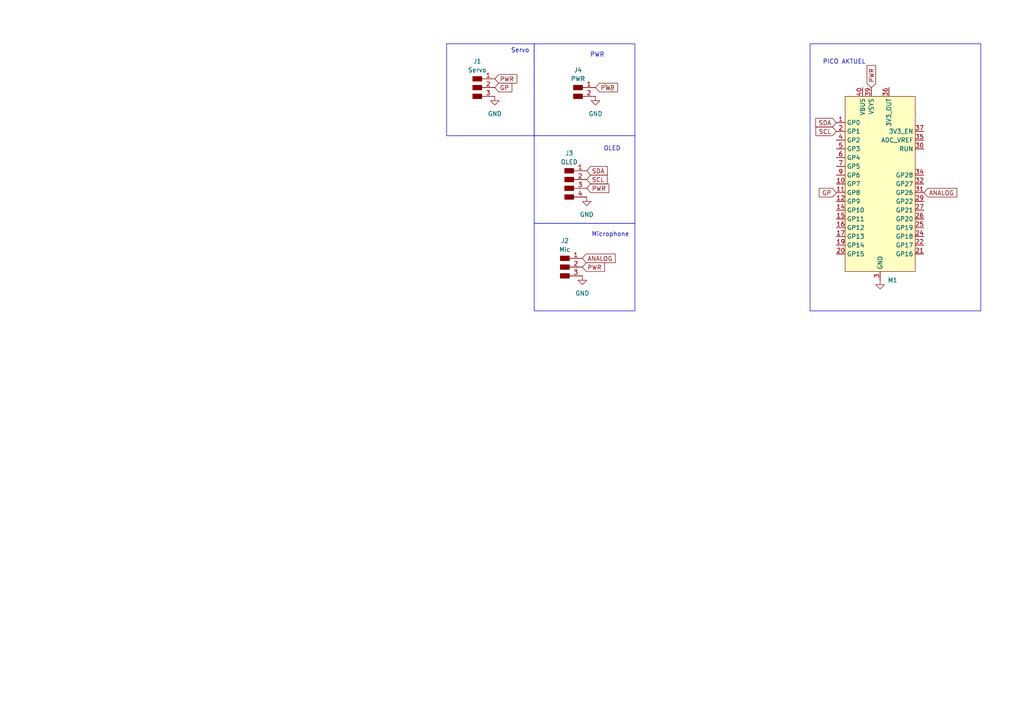
<source format=kicad_sch>
(kicad_sch (version 20250114) (generator "eeschema") (generator_version "9.0")
  (paper "A4")
  (lib_symbols
    (symbol "fab:Module_RaspberryPi_PicoW_Combined"
      (property "Reference" "M" (at 0 0 0))
      (property "Value" "Module_RaspberryPi_PicoW_Combined" (at 0 0 0))
      (symbol "Module_RaspberryPi_PicoW_Combined_1_1"
        (rectangle (start -10.16 25.4) (end 10.16 -25.4) (fill (type background)))
        (pin bidirectional line (at -12.7 17.78 0) (length 2.54) (name "GP0") (number "1"))
        (pin bidirectional line (at -12.7 15.24 0) (length 2.54) (name "GP1") (number "2"))
        (pin bidirectional line (at -12.7 12.7 0) (length 2.54) (name "GP2") (number "4"))
        (pin bidirectional line (at -12.7 10.16 0) (length 2.54) (name "GP3") (number "5"))
        (pin bidirectional line (at -12.7 7.62 0) (length 2.54) (name "GP4") (number "6"))
        (pin bidirectional line (at -12.7 5.08 0) (length 2.54) (name "GP5") (number "7"))
        (pin bidirectional line (at -12.7 2.54 0) (length 2.54) (name "GP6") (number "9"))
        (pin bidirectional line (at -12.7 0 0) (length 2.54) (name "GP7") (number "10"))
        (pin bidirectional line (at -12.7 -2.54 0) (length 2.54) (name "GP8") (number "11"))
        (pin bidirectional line (at -12.7 -5.08 0) (length 2.54) (name "GP9") (number "12"))
        (pin bidirectional line (at -12.7 -7.62 0) (length 2.54) (name "GP10") (number "14"))
        (pin bidirectional line (at -12.7 -10.16 0) (length 2.54) (name "GP11") (number "15"))
        (pin bidirectional line (at -12.7 -12.7 0) (length 2.54) (name "GP12") (number "16"))
        (pin bidirectional line (at -12.7 -15.24 0) (length 2.54) (name "GP13") (number "17"))
        (pin bidirectional line (at -12.7 -17.78 0) (length 2.54) (name "GP14") (number "19"))
        (pin bidirectional line (at -12.7 -20.32 0) (length 2.54) (name "GP15") (number "20"))
        (pin power_in line (at -5.08 27.94 270) (length 2.54) (name "VBUS") (number "40"))
        (pin power_in line (at -2.54 27.94 270) (length 2.54) (name "VSYS") (number "39"))
        (pin passive line (at 0 -27.94 90) (length 2.54) (hide yes) (name "GND") (number "13"))
        (pin passive line (at 0 -27.94 90) (length 2.54) (hide yes) (name "GND") (number "18"))
        (pin passive line (at 0 -27.94 90) (length 2.54) (hide yes) (name "GND") (number "23"))
        (pin passive line (at 0 -27.94 90) (length 2.54) (hide yes) (name "GND") (number "28"))
        (pin power_in line (at 0 -27.94 90) (length 2.54) (name "GND") (number "3"))
        (pin passive line (at 0 -27.94 90) (length 2.54) (hide yes) (name "GND") (number "33"))
        (pin passive line (at 0 -27.94 90) (length 2.54) (hide yes) (name "GND") (number "38"))
        (pin passive line (at 0 -27.94 90) (length 2.54) (hide yes) (name "GND") (number "8"))
        (pin power_in line (at 2.54 27.94 270) (length 2.54) (name "3V3_OUT") (number "36"))
        (pin input line (at 12.7 15.24 180) (length 2.54) (name "3V3_EN") (number "37"))
        (pin input line (at 12.7 12.7 180) (length 2.54) (name "ADC_VREF") (number "35"))
        (pin input line (at 12.7 10.16 180) (length 2.54) (name "RUN") (number "30"))
        (pin bidirectional line (at 12.7 2.54 180) (length 2.54) (name "GP28") (number "34"))
        (pin bidirectional line (at 12.7 0 180) (length 2.54) (name "GP27") (number "32"))
        (pin bidirectional line (at 12.7 -2.54 180) (length 2.54) (name "GP26") (number "31"))
        (pin bidirectional line (at 12.7 -5.08 180) (length 2.54) (name "GP22") (number "29"))
        (pin bidirectional line (at 12.7 -7.62 180) (length 2.54) (name "GP21") (number "27"))
        (pin bidirectional line (at 12.7 -10.16 180) (length 2.54) (name "GP20") (number "26"))
        (pin bidirectional line (at 12.7 -12.7 180) (length 2.54) (name "GP19") (number "25"))
        (pin bidirectional line (at 12.7 -15.24 180) (length 2.54) (name "GP18") (number "24"))
        (pin bidirectional line (at 12.7 -17.78 180) (length 2.54) (name "GP17") (number "22"))
        (pin bidirectional line (at 12.7 -20.32 180) (length 2.54) (name "GP16") (number "21"))
      )
    )
    (symbol "fab:PinHeader_01x02_P2.54mm_Horizontal_SMD" (pin_names (hide yes))
      (property "Reference" "J" (at 0 2.54 0))
      (property "Value" "PinHeader_01x02_P2.54mm_Horizontal_SMD" (at 0 -5.08 0))
      (symbol "PinHeader_01x02_P2.54mm_Horizontal_SMD_1_1"
        (rectangle (start -1.27 0.635) (end 1.27 -0.635) (stroke (width 0.254)) (fill (type outline)))
        (rectangle (start -1.27 -1.905) (end 1.27 -3.175) (stroke (width 0.254)) (fill (type outline)))
        (pin passive line (at 5.08 0 180) (length 3.81) (name "Pin_1") (number "1"))
        (pin passive line (at 5.08 -2.54 180) (length 3.81) (name "Pin_2") (number "2"))
      )
    )
    (symbol "fab:PinHeader_01x03_P2.54mm_Horizontal_SMD" (pin_names (hide yes))
      (property "Reference" "J" (at 0 5.08 0))
      (property "Value" "PinHeader_01x03_P2.54mm_Horizontal_SMD" (at 0 -5.08 0))
      (symbol "PinHeader_01x03_P2.54mm_Horizontal_SMD_1_1"
        (rectangle (start -1.27 3.175) (end 1.27 1.905) (stroke (width 0.254)) (fill (type outline)))
        (rectangle (start -1.27 0.635) (end 1.27 -0.635) (stroke (width 0.254)) (fill (type outline)))
        (rectangle (start -1.27 -1.905) (end 1.27 -3.175) (stroke (width 0.254)) (fill (type outline)))
        (pin passive line (at 5.08 2.54 180) (length 3.81) (name "Pin_1") (number "1"))
        (pin passive line (at 5.08 0 180) (length 3.81) (name "Pin_2") (number "2"))
        (pin passive line (at 5.08 -2.54 180) (length 3.81) (name "Pin_3") (number "3"))
      )
    )
    (symbol "fab:PinHeader_01x04_P2.54mm_Horizontal_SMD" (pin_names (hide yes))
      (property "Reference" "J" (at 0 5.08 0))
      (property "Value" "PinHeader_01x04_P2.54mm_Horizontal_SMD" (at 0 -7.62 0))
      (symbol "PinHeader_01x04_P2.54mm_Horizontal_SMD_1_1"
        (rectangle (start -1.27 3.175) (end 1.27 1.905) (stroke (width 0.254)) (fill (type outline)))
        (rectangle (start -1.27 0.635) (end 1.27 -0.635) (stroke (width 0.254)) (fill (type outline)))
        (rectangle (start -1.27 -1.905) (end 1.27 -3.175) (stroke (width 0.254)) (fill (type outline)))
        (rectangle (start -1.27 -4.445) (end 1.27 -5.715) (stroke (width 0.254)) (fill (type outline)))
        (pin passive line (at 5.08 2.54 180) (length 3.81) (name "Pin_1") (number "1"))
        (pin passive line (at 5.08 0 180) (length 3.81) (name "Pin_2") (number "2"))
        (pin passive line (at 5.08 -2.54 180) (length 3.81) (name "Pin_3") (number "3"))
        (pin passive line (at 5.08 -5.08 180) (length 3.81) (name "Pin_4") (number "4"))
      )
    )
    (symbol "power:GND" (power) (pin_numbers (hide yes)) (pin_names (offset 0) (hide yes))
      (property "Value" "GND" (at 0 -3.81 0))
      (symbol "GND_0_1"
        (polyline (pts (xy 0 0) (xy 0 -1.27) (xy 1.27 -1.27) (xy 0 -2.54) (xy -1.27 -1.27) (xy 0 -1.27)))
      )
      (symbol "GND_1_1"
        (pin power_in line (at 0 0 270) (length 0) (name "~") (number "1"))
      )
    )
  )
  (rectangle (start 154.94 64.77) (end 184.15 90.17))
  (rectangle (start 154.94 39.37) (end 184.15 64.77))
  (rectangle (start 154.94 12.7) (end 184.15 39.37))
  (rectangle (start 129.54 12.7) (end 154.94 39.37))
  (rectangle (start 234.95 12.7) (end 284.48 90.17))
  (text "PWR" (at 173.228 16.002 0) (effects (font (size 1.27 1.27))))
  (text "OLED\n" (at 177.546 43.18 0) (effects (font (size 1.27 1.27))))
  (text "Microphone" (at 177.038 68.072 0) (effects (font (size 1.27 1.27))))
  (text "Servo" (at 150.876 14.732 0) (effects (font (size 1.27 1.27))))
  (text "PICO AKTUEL" (at 244.856 18.034 0) (effects (font (size 1.27 1.27))))
  (bus_entry (at -85.09 -6.35) (size 2.54 2.54))
  (bus_entry (at 175.26 24.13) (size 2.54 2.54))
  (global_label "GP" (shape input) (at 143.51 25.4 0) (property "Intersheetrefs" "${INTERSHEET_REFS}" (effects (hide yes))))
  (global_label "PWR" (shape input) (at 143.51 22.86 0) (property "Intersheetrefs" "${INTERSHEET_REFS}" (effects (hide yes))))
  (global_label "ANALOG" (shape input) (at 168.91 74.93 0) (property "Intersheetrefs" "${INTERSHEET_REFS}" (effects (hide yes))))
  (global_label "GP" (shape input) (at 242.57 55.88 180) (property "Intersheetrefs" "${INTERSHEET_REFS}" (effects (hide yes))))
  (global_label "PWR" (shape input) (at 252.73 25.4 90) (property "Intersheetrefs" "${INTERSHEET_REFS}" (effects (hide yes))))
  (global_label "SDA" (shape input) (at 170.18 49.53 0) (property "Intersheetrefs" "${INTERSHEET_REFS}" (effects (hide yes))))
  (global_label "PWR" (shape input) (at 168.91 77.47 0) (property "Intersheetrefs" "${INTERSHEET_REFS}" (effects (hide yes))))
  (global_label "SCL" (shape input) (at 170.18 52.07 0) (property "Intersheetrefs" "${INTERSHEET_REFS}" (effects (hide yes))))
  (global_label "SCL" (shape input) (at 242.57 38.1 180) (property "Intersheetrefs" "${INTERSHEET_REFS}" (effects (hide yes))))
  (global_label "ANALOG" (shape input) (at 267.97 55.88 0) (property "Intersheetrefs" "${INTERSHEET_REFS}" (effects (hide yes))))
  (global_label "PWR" (shape input) (at 170.18 54.61 0) (property "Intersheetrefs" "${INTERSHEET_REFS}" (effects (hide yes))))
  (global_label "SDA" (shape input) (at 242.57 35.56 180) (property "Intersheetrefs" "${INTERSHEET_REFS}" (effects (hide yes))))
  (global_label "PWR" (shape input) (at 172.72 25.4 0) (property "Intersheetrefs" "${INTERSHEET_REFS}" (effects (hide yes))))
  (symbol (lib_id "power:GND") (at 172.72 27.94 0) (unit 1)
    (property "Reference" "#PWR05" (effects (hide yes)))
    (property "Value" "GND" (at 172.72 33.02 0))
    (property "Description" "Power symbol creates a global label with name \"GND\" , ground" (effects (hide yes)))
  )
  (symbol (lib_id "fab:PinHeader_01x04_P2.54mm_Horizontal_SMD") (at 165.1 52.07 0) (unit 1)
    (property "Reference" "J3" (at 165.1 44.45 0))
    (property "Value" "OLED" (at 165.1 46.99 0))
    (property "Footprint" "fab:PinHeader_01x04_P2.54mm_Horizontal_SMD" (effects (hide yes)))
    (property "Description" "Male connector, single row" (effects (hide yes)))
  )
  (symbol (lib_id "fab:PinHeader_01x03_P2.54mm_Horizontal_SMD") (at 163.83 77.47 0) (unit 1)
    (property "Reference" "J2" (at 163.83 69.85 0))
    (property "Value" "Mic" (at 163.83 72.39 0))
    (property "Footprint" "fab:PinHeader_01x03_P2.54mm_Horizontal_SMD" (effects (hide yes)))
    (property "Description" "Male connector, single row" (effects (hide yes)))
  )
  (symbol (lib_id "power:GND") (at 170.18 57.15 0) (unit 1)
    (property "Reference" "#PWR01" (effects (hide yes)))
    (property "Value" "GND" (at 170.18 62.23 0))
    (property "Description" "Power symbol creates a global label with name \"GND\" , ground" (effects (hide yes)))
  )
  (symbol (lib_id "power:GND") (at 168.91 80.01 0) (unit 1)
    (property "Reference" "#PWR03" (effects (hide yes)))
    (property "Value" "GND" (at 168.91 85.09 0))
    (property "Description" "Power symbol creates a global label with name \"GND\" , ground" (effects (hide yes)))
  )
  (symbol (lib_id "power:GND") (at 255.27 81.28 0) (unit 1)
    (property "Reference" "#PWR013" (effects (hide yes)))
    (property "Value" "GND" (effects (hide yes)))
    (property "Description" "Power symbol creates a global label with name \"GND\" , ground" (effects (hide yes)))
  )
  (symbol (lib_id "fab:PinHeader_01x03_P2.54mm_Horizontal_SMD") (at 138.43 25.4 0) (unit 1)
    (property "Reference" "J1" (at 138.43 17.78 0))
    (property "Value" "Servo" (at 138.43 20.32 0))
    (property "Footprint" "fab:PinHeader_01x03_P2.54mm_Horizontal_SMD" (effects (hide yes)))
    (property "Description" "Male connector, single row" (effects (hide yes)))
  )
  (symbol (lib_id "fab:PinHeader_01x02_P2.54mm_Horizontal_SMD") (at 167.64 25.4 0) (unit 1)
    (property "Reference" "J4" (at 167.64 20.32 0))
    (property "Value" "PWR" (at 167.64 22.86 0))
    (property "Footprint" "fab:PinHeader_01x02_P2.54mm_Horizontal_SMD" (effects (hide yes)))
    (property "Description" "Male connector, single row" (effects (hide yes)))
  )
  (symbol (lib_id "fab:Module_RaspberryPi_PicoW_Combined") (at 255.27 53.34 0) (unit 1)
    (property "Reference" "M1" (at 257.4641 81.28 0) (effects (justify left)))
    (property "Value" "Module_RaspberryPi_PicoW_Combined" (effects (hide yes)))
    (property "Footprint" "fab:RaspberryPi_PicoW_SocketSMD" (effects (hide yes)))
    (property "Datasheet" "https://datasheets.raspberrypi.com/picow/pico-w-datasheet.pdf" (effects (hide yes)))
    (property "Description" "RP2040 Transceiver; 802.11 b/g/n (Wi-Fi, WiFi, WLAN), Bluetooth® 5 2.4GHz Evaluation Board" (effects (hide yes)))
  )
  (symbol (lib_id "power:GND") (at 143.51 27.94 0) (unit 1)
    (property "Reference" "#PWR02" (effects (hide yes)))
    (property "Value" "GND" (at 143.51 33.02 0))
    (property "Description" "Power symbol creates a global label with name \"GND\" , ground" (effects (hide yes)))
  )
)
</source>
